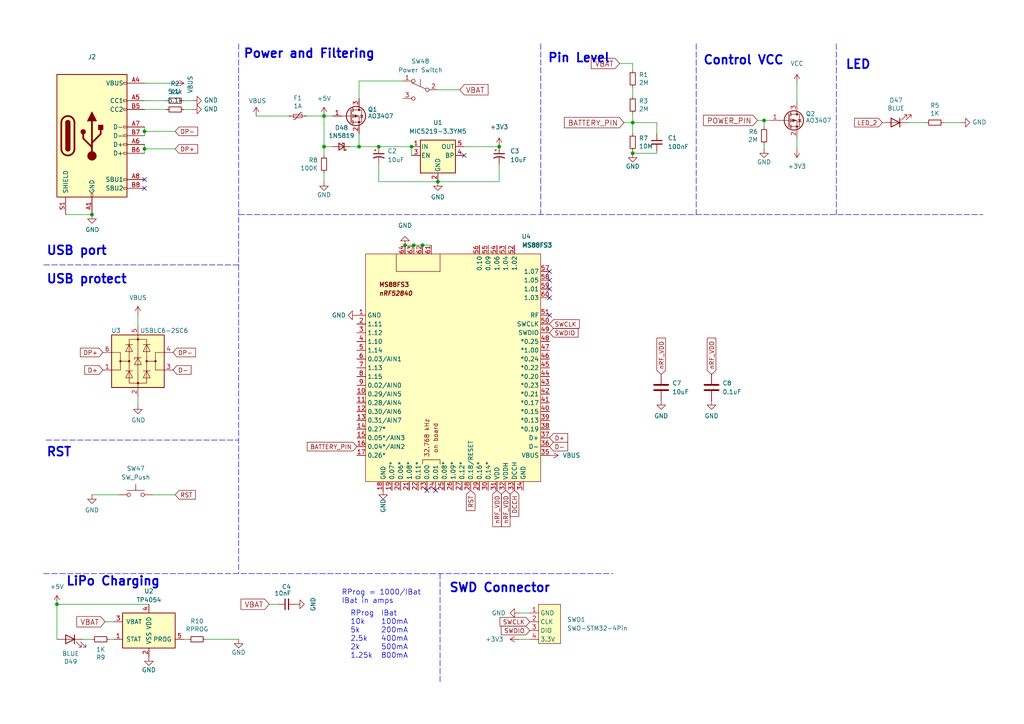
<source format=kicad_sch>
(kicad_sch (version 20211123) (generator eeschema)
  (paper "A4")
  (lib_symbols
    (symbol "Battery_Management:MCP73831-3-OT" (pin_names (offset 1.016))
      (property "Reference" "U" (at -7.62 6.35 0))
      (property "Value" "MCP73831-3-OT" (at 1.27 6.35 0))
      (symbol "MCP73831-3-OT_0_1"
        (rectangle (start -7.62 5.08) (end 7.62 -5.08) (stroke (width 0.254)) (fill (type background)))
      )
      (symbol "MCP73831-3-OT_1_1"
        (pin output line (at 10.16 -2.54 180) (length 2.54) (name "STAT") (number "1"))
        (pin power_in line (at 0 -7.62 90) (length 2.54) (name "VSS") (number "2"))
        (pin power_out line (at 10.16 2.54 180) (length 2.54) (name "VBAT") (number "3"))
        (pin power_in line (at 0 7.62 270) (length 2.54) (name "VDD") (number "4"))
        (pin input line (at -10.16 -2.54 0) (length 2.54) (name "PROG") (number "5"))
      )
    )
    (symbol "Connector:USB_C_Receptacle_USB2.0" (pin_names (offset 1.016))
      (property "Reference" "J" (at -10.16 19.05 0))
      (property "Value" "USB_C_Receptacle_USB2.0" (at 19.05 19.05 0))
      (symbol "USB_C_Receptacle_USB2.0_0_0"
        (rectangle (start -0.254 -17.78) (end 0.254 -16.764))
        (rectangle (start 10.16 -14.986) (end 9.144 -15.494))
        (rectangle (start 10.16 -12.446) (end 9.144 -12.954))
        (rectangle (start 10.16 -4.826) (end 9.144 -5.334))
        (rectangle (start 10.16 -2.286) (end 9.144 -2.794))
        (rectangle (start 10.16 0.254) (end 9.144 -0.254))
        (rectangle (start 10.16 2.794) (end 9.144 2.286))
        (rectangle (start 10.16 7.874) (end 9.144 7.366))
        (rectangle (start 10.16 10.414) (end 9.144 9.906))
        (rectangle (start 10.16 15.494) (end 9.144 14.986))
      )
      (symbol "USB_C_Receptacle_USB2.0_0_1"
        (rectangle (start -10.16 17.78) (end 10.16 -17.78) (stroke (width 0.254)) (fill (type background)))
        (arc (start -8.89 -3.81) (mid -6.985 -5.715) (end -5.08 -3.81) (stroke (width 0.508)))
        (arc (start -7.62 -3.81) (mid -6.985 -4.445) (end -6.35 -3.81) (stroke (width 0.254)))
        (arc (start -7.62 -3.81) (mid -6.985 -4.445) (end -6.35 -3.81) (stroke (width 0.254)) (fill (type outline)))
        (rectangle (start -7.62 -3.81) (end -6.35 3.81) (stroke (width 0.254)) (fill (type outline)))
        (arc (start -6.35 3.81) (mid -6.985 4.445) (end -7.62 3.81) (stroke (width 0.254)))
        (arc (start -6.35 3.81) (mid -6.985 4.445) (end -7.62 3.81) (stroke (width 0.254)) (fill (type outline)))
        (arc (start -5.08 3.81) (mid -6.985 5.715) (end -8.89 3.81) (stroke (width 0.508)))
        (circle (center -2.54 1.143) (radius 0.635) (stroke (width 0.254)) (fill (type outline)))
        (circle (center 0 -5.842) (radius 1.27) (fill (type outline)))
        (polyline (pts (xy -8.89 -3.81) (xy -8.89 3.81)) (stroke (width 0.508)))
        (polyline (pts (xy -5.08 3.81) (xy -5.08 -3.81)) (stroke (width 0.508)))
        (polyline (pts (xy 0 -5.842) (xy 0 4.318)) (stroke (width 0.508)))
        (polyline (pts (xy 0 -3.302) (xy -2.54 -0.762) (xy -2.54 0.508)) (stroke (width 0.508)))
        (polyline (pts (xy 0 -2.032) (xy 2.54 0.508) (xy 2.54 1.778)) (stroke (width 0.508)))
        (polyline (pts (xy -1.27 4.318) (xy 0 6.858) (xy 1.27 4.318) (xy -1.27 4.318)) (stroke (width 0.254)) (fill (type outline)))
        (rectangle (start 1.905 1.778) (end 3.175 3.048) (stroke (width 0.254)) (fill (type outline)))
      )
      (symbol "USB_C_Receptacle_USB2.0_1_1"
        (pin passive line (at 0 -22.86 90) (length 5.08) (name "GND") (number "A1"))
        (pin passive line (at 0 -22.86 90) (length 5.08) hide (name "GND") (number "A12"))
        (pin passive line (at 15.24 15.24 180) (length 5.08) (name "VBUS") (number "A4"))
        (pin bidirectional line (at 15.24 10.16 180) (length 5.08) (name "CC1") (number "A5"))
        (pin bidirectional line (at 15.24 -2.54 180) (length 5.08) (name "D+") (number "A6"))
        (pin bidirectional line (at 15.24 2.54 180) (length 5.08) (name "D-") (number "A7"))
        (pin bidirectional line (at 15.24 -12.7 180) (length 5.08) (name "SBU1") (number "A8"))
        (pin passive line (at 15.24 15.24 180) (length 5.08) hide (name "VBUS") (number "A9"))
        (pin passive line (at 0 -22.86 90) (length 5.08) hide (name "GND") (number "B1"))
        (pin passive line (at 0 -22.86 90) (length 5.08) hide (name "GND") (number "B12"))
        (pin passive line (at 15.24 15.24 180) (length 5.08) hide (name "VBUS") (number "B4"))
        (pin bidirectional line (at 15.24 7.62 180) (length 5.08) (name "CC2") (number "B5"))
        (pin bidirectional line (at 15.24 -5.08 180) (length 5.08) (name "D+") (number "B6"))
        (pin bidirectional line (at 15.24 0 180) (length 5.08) (name "D-") (number "B7"))
        (pin bidirectional line (at 15.24 -15.24 180) (length 5.08) (name "SBU2") (number "B8"))
        (pin passive line (at 15.24 15.24 180) (length 5.08) hide (name "VBUS") (number "B9"))
        (pin passive line (at -7.62 -22.86 90) (length 5.08) (name "SHIELD") (number "S1"))
      )
    )
    (symbol "Device:C" (pin_numbers hide) (pin_names (offset 0.254))
      (property "Reference" "C" (at 0.635 2.54 0))
      (property "Value" "C" (at 0.635 -2.54 0))
      (symbol "C_0_1"
        (polyline (pts (xy -2.032 -0.762) (xy 2.032 -0.762)) (stroke (width 0.508)))
        (polyline (pts (xy -2.032 0.762) (xy 2.032 0.762)) (stroke (width 0.508)))
      )
      (symbol "C_1_1"
        (pin passive line (at 0 3.81 270) (length 2.794) (name "~") (number "1"))
        (pin passive line (at 0 -3.81 90) (length 2.794) (name "~") (number "2"))
      )
    )
    (symbol "Device:C_Polarized_Small_US" (pin_numbers hide) (pin_names (offset 0.254) hide)
      (property "Reference" "C" (at 0.254 1.778 0))
      (property "Value" "C_Polarized_Small_US" (at 0.254 -2.032 0))
      (symbol "C_Polarized_Small_US_0_1"
        (polyline (pts (xy -1.524 0.508) (xy 1.524 0.508)) (stroke (width 0.3048)))
        (polyline (pts (xy -1.27 1.524) (xy -0.762 1.524)))
        (polyline (pts (xy -1.016 1.27) (xy -1.016 1.778)))
        (arc (start 1.524 -0.762) (mid 0 -0.3734) (end -1.524 -0.762) (stroke (width 0.3048)))
      )
      (symbol "C_Polarized_Small_US_1_1"
        (pin passive line (at 0 2.54 270) (length 2.032) (name "~") (number "1"))
        (pin passive line (at 0 -2.54 90) (length 2.032) (name "~") (number "2"))
      )
    )
    (symbol "Device:C_Small" (pin_numbers hide) (pin_names (offset 0.254) hide)
      (property "Reference" "C" (at 0.254 1.778 0))
      (property "Value" "C_Small" (at 0.254 -2.032 0))
      (symbol "C_Small_0_1"
        (polyline (pts (xy -1.524 -0.508) (xy 1.524 -0.508)) (stroke (width 0.3302)))
        (polyline (pts (xy -1.524 0.508) (xy 1.524 0.508)) (stroke (width 0.3048)))
      )
      (symbol "C_Small_1_1"
        (pin passive line (at 0 2.54 270) (length 2.032) (name "~") (number "1"))
        (pin passive line (at 0 -2.54 90) (length 2.032) (name "~") (number "2"))
      )
    )
    (symbol "Device:D_Schottky_Small" (pin_numbers hide) (pin_names (offset 0.254) hide)
      (property "Reference" "D" (at -1.27 2.032 0))
      (property "Value" "D_Schottky_Small" (at -7.112 -2.032 0))
      (symbol "D_Schottky_Small_0_1"
        (polyline (pts (xy -0.762 0) (xy 0.762 0)))
        (polyline (pts (xy 0.762 -1.016) (xy -0.762 0) (xy 0.762 1.016) (xy 0.762 -1.016)) (stroke (width 0.254)))
        (polyline (pts (xy -1.27 0.762) (xy -1.27 1.016) (xy -0.762 1.016) (xy -0.762 -1.016) (xy -0.254 -1.016) (xy -0.254 -0.762)) (stroke (width 0.254)))
      )
      (symbol "D_Schottky_Small_1_1"
        (pin passive line (at -2.54 0 0) (length 1.778) (name "K") (number "1"))
        (pin passive line (at 2.54 0 180) (length 1.778) (name "A") (number "2"))
      )
    )
    (symbol "Device:LED" (pin_numbers hide) (pin_names (offset 1.016) hide)
      (property "Reference" "D" (at 0 2.54 0))
      (property "Value" "LED" (at 0 -2.54 0))
      (symbol "LED_0_1"
        (polyline (pts (xy -1.27 -1.27) (xy -1.27 1.27)) (stroke (width 0.254)))
        (polyline (pts (xy -1.27 0) (xy 1.27 0)))
        (polyline (pts (xy 1.27 -1.27) (xy 1.27 1.27) (xy -1.27 0) (xy 1.27 -1.27)) (stroke (width 0.254)))
        (polyline (pts (xy -3.048 -0.762) (xy -4.572 -2.286) (xy -3.81 -2.286) (xy -4.572 -2.286) (xy -4.572 -1.524)))
        (polyline (pts (xy -1.778 -0.762) (xy -3.302 -2.286) (xy -2.54 -2.286) (xy -3.302 -2.286) (xy -3.302 -1.524)))
      )
      (symbol "LED_1_1"
        (pin passive line (at -3.81 0 0) (length 2.54) (name "K") (number "1"))
        (pin passive line (at 3.81 0 180) (length 2.54) (name "A") (number "2"))
      )
    )
    (symbol "Device:Q_PMOS_GSD" (pin_names (offset 0) hide)
      (property "Reference" "Q" (at 5.08 1.27 0))
      (property "Value" "Q_PMOS_GSD" (at 5.08 -1.27 0))
      (symbol "Q_PMOS_GSD_0_1"
        (polyline (pts (xy 0.254 0) (xy -2.54 0)))
        (polyline (pts (xy 0.254 1.905) (xy 0.254 -1.905)) (stroke (width 0.254)))
        (polyline (pts (xy 0.762 -1.27) (xy 0.762 -2.286)) (stroke (width 0.254)))
        (polyline (pts (xy 0.762 0.508) (xy 0.762 -0.508)) (stroke (width 0.254)))
        (polyline (pts (xy 0.762 2.286) (xy 0.762 1.27)) (stroke (width 0.254)))
        (polyline (pts (xy 2.54 2.54) (xy 2.54 1.778)))
        (polyline (pts (xy 2.54 -2.54) (xy 2.54 0) (xy 0.762 0)))
        (polyline (pts (xy 0.762 1.778) (xy 3.302 1.778) (xy 3.302 -1.778) (xy 0.762 -1.778)))
        (polyline (pts (xy 2.286 0) (xy 1.27 0.381) (xy 1.27 -0.381) (xy 2.286 0)) (fill (type outline)))
        (polyline (pts (xy 2.794 -0.508) (xy 2.921 -0.381) (xy 3.683 -0.381) (xy 3.81 -0.254)))
        (polyline (pts (xy 3.302 -0.381) (xy 2.921 0.254) (xy 3.683 0.254) (xy 3.302 -0.381)))
        (circle (center 1.651 0) (radius 2.794) (stroke (width 0.254)))
        (circle (center 2.54 -1.778) (radius 0.254) (fill (type outline)))
        (circle (center 2.54 1.778) (radius 0.254) (fill (type outline)))
      )
      (symbol "Q_PMOS_GSD_1_1"
        (pin input line (at -5.08 0 0) (length 2.54) (name "G") (number "1"))
        (pin passive line (at 2.54 -5.08 90) (length 2.54) (name "S") (number "2"))
        (pin passive line (at 2.54 5.08 270) (length 2.54) (name "D") (number "3"))
      )
    )
    (symbol "Device:R_Small" (pin_numbers hide) (pin_names (offset 0.254) hide)
      (property "Reference" "R" (at 0.762 0.508 0))
      (property "Value" "R_Small" (at 0.762 -1.016 0))
      (symbol "R_Small_0_1"
        (rectangle (start -0.762 1.778) (end 0.762 -1.778) (stroke (width 0.2032)))
      )
      (symbol "R_Small_1_1"
        (pin passive line (at 0 2.54 270) (length 0.762) (name "~") (number "1"))
        (pin passive line (at 0 -2.54 90) (length 0.762) (name "~") (number "2"))
      )
    )
    (symbol "Power_Protection:USBLC6-2SC6" (pin_names hide)
      (property "Reference" "U" (at 2.54 8.89 0))
      (property "Value" "USBLC6-2SC6" (at 2.54 -8.89 0))
      (symbol "USBLC6-2SC6_0_1"
        (rectangle (start -7.62 -7.62) (end 7.62 7.62) (stroke (width 0.254)) (fill (type background)))
        (circle (center -5.08 0) (radius 0.254) (fill (type outline)))
        (circle (center -2.54 0) (radius 0.254) (fill (type outline)))
        (rectangle (start -2.54 6.35) (end 2.54 -6.35))
        (circle (center 0 -6.35) (radius 0.254) (fill (type outline)))
        (polyline (pts (xy -5.08 -2.54) (xy -7.62 -2.54)))
        (polyline (pts (xy -5.08 0) (xy -5.08 -2.54)))
        (polyline (pts (xy -5.08 2.54) (xy -7.62 2.54)))
        (polyline (pts (xy -1.524 -2.794) (xy -3.556 -2.794)))
        (polyline (pts (xy -1.524 4.826) (xy -3.556 4.826)))
        (polyline (pts (xy 0 -7.62) (xy 0 -6.35)))
        (polyline (pts (xy 0 -6.35) (xy 0 1.27)))
        (polyline (pts (xy 0 1.27) (xy 0 6.35)))
        (polyline (pts (xy 0 6.35) (xy 0 7.62)))
        (polyline (pts (xy 1.524 -2.794) (xy 3.556 -2.794)))
        (polyline (pts (xy 1.524 4.826) (xy 3.556 4.826)))
        (polyline (pts (xy 5.08 -2.54) (xy 7.62 -2.54)))
        (polyline (pts (xy 5.08 0) (xy 5.08 -2.54)))
        (polyline (pts (xy 5.08 2.54) (xy 7.62 2.54)))
        (polyline (pts (xy -2.54 0) (xy -5.08 0) (xy -5.08 2.54)))
        (polyline (pts (xy 2.54 0) (xy 5.08 0) (xy 5.08 2.54)))
        (polyline (pts (xy -3.556 -4.826) (xy -1.524 -4.826) (xy -2.54 -2.794) (xy -3.556 -4.826)))
        (polyline (pts (xy -3.556 2.794) (xy -1.524 2.794) (xy -2.54 4.826) (xy -3.556 2.794)))
        (polyline (pts (xy -1.016 -1.016) (xy 1.016 -1.016) (xy 0 1.016) (xy -1.016 -1.016)))
        (polyline (pts (xy 1.016 1.016) (xy 0.762 1.016) (xy -1.016 1.016) (xy -1.016 0.508)))
        (polyline (pts (xy 3.556 -4.826) (xy 1.524 -4.826) (xy 2.54 -2.794) (xy 3.556 -4.826)))
        (polyline (pts (xy 3.556 2.794) (xy 1.524 2.794) (xy 2.54 4.826) (xy 3.556 2.794)))
        (circle (center 0 6.35) (radius 0.254) (fill (type outline)))
        (circle (center 2.54 0) (radius 0.254) (fill (type outline)))
        (circle (center 5.08 0) (radius 0.254) (fill (type outline)))
      )
      (symbol "USBLC6-2SC6_1_1"
        (pin passive line (at -10.16 -2.54 0) (length 2.54) (name "I/O1") (number "1"))
        (pin passive line (at 0 -10.16 90) (length 2.54) (name "GND") (number "2"))
        (pin passive line (at 10.16 -2.54 180) (length 2.54) (name "I/O2") (number "3"))
        (pin passive line (at 10.16 2.54 180) (length 2.54) (name "I/O2") (number "4"))
        (pin passive line (at 0 10.16 270) (length 2.54) (name "VBUS") (number "5"))
        (pin passive line (at -10.16 2.54 0) (length 2.54) (name "I/O1") (number "6"))
      )
    )
    (symbol "Regulator_Linear:MIC5219-3.3YM5" (pin_names (offset 0.254))
      (property "Reference" "U" (at -3.81 5.715 0))
      (property "Value" "MIC5219-3.3YM5" (at 0 5.715 0))
      (symbol "MIC5219-3.3YM5_0_1"
        (rectangle (start -5.08 4.445) (end 5.08 -5.08) (stroke (width 0.254)) (fill (type background)))
      )
      (symbol "MIC5219-3.3YM5_1_1"
        (pin power_in line (at -7.62 2.54 0) (length 2.54) (name "IN") (number "1"))
        (pin power_in line (at 0 -7.62 90) (length 2.54) (name "GND") (number "2"))
        (pin input line (at -7.62 0 0) (length 2.54) (name "EN") (number "3"))
        (pin input line (at 7.62 0 180) (length 2.54) (name "BP") (number "4"))
        (pin power_out line (at 7.62 2.54 180) (length 2.54) (name "OUT") (number "5"))
      )
    )
    (symbol "Switch:SW_Push" (pin_numbers hide) (pin_names (offset 1.016) hide)
      (property "Reference" "SW" (at 1.27 2.54 0))
      (property "Value" "SW_Push" (at 0 -1.524 0))
      (symbol "SW_Push_0_1"
        (circle (center -2.032 0) (radius 0.508))
        (polyline (pts (xy 0 1.27) (xy 0 3.048)))
        (polyline (pts (xy 2.54 1.27) (xy -2.54 1.27)))
        (circle (center 2.032 0) (radius 0.508))
        (pin passive line (at -5.08 0 0) (length 2.54) (name "1") (number "1"))
        (pin passive line (at 5.08 0 180) (length 2.54) (name "2") (number "2"))
      )
    )
    (symbol "Switch:SW_Push_SPDT" (pin_names (offset 0) hide)
      (property "Reference" "SW" (at 0 4.318 0))
      (property "Value" "SW_Push_SPDT" (at 0 -5.08 0))
      (symbol "SW_Push_SPDT_0_0"
        (circle (center -2.032 0) (radius 0.508))
        (polyline (pts (xy 0 1.016) (xy 0 3.048)))
        (circle (center 2.032 -2.54) (radius 0.508))
      )
      (symbol "SW_Push_SPDT_0_1"
        (polyline (pts (xy -1.524 0.254) (xy 2.54 2.032)))
        (circle (center 2.032 2.54) (radius 0.508))
      )
      (symbol "SW_Push_SPDT_1_1"
        (pin passive line (at 5.08 2.54 180) (length 2.54) (name "A") (number "1"))
        (pin passive line (at -5.08 0 0) (length 2.54) (name "B") (number "2"))
        (pin passive line (at 5.08 -2.54 180) (length 2.54) (name "C") (number "3"))
      )
    )
    (symbol "keeb_parts:Polyfuse_Small" (pin_numbers hide) (pin_names (offset 0))
      (property "Reference" "F" (at -1.905 0 90))
      (property "Value" "keeb_parts_Polyfuse_Small" (at 1.905 0 90))
      (symbol "Polyfuse_Small_0_1"
        (rectangle (start -0.508 1.27) (end 0.508 -1.27))
        (polyline (pts (xy 0 2.54) (xy 0 -2.54)))
        (polyline (pts (xy -1.016 1.27) (xy -1.016 0.762) (xy 1.016 -0.762) (xy 1.016 -1.27)))
      )
      (symbol "Polyfuse_Small_1_1"
        (pin passive line (at 0 2.54 270) (length 0.635) (name "~") (number "1"))
        (pin passive line (at 0 -2.54 90) (length 0.635) (name "~") (number "2"))
      )
    )
    (symbol "keeb_parts:R_Small" (pin_numbers hide) (pin_names (offset 0.254) hide)
      (property "Reference" "R" (at 0.762 0.508 0))
      (property "Value" "keeb_parts_R_Small" (at 0.762 -1.016 0))
      (symbol "R_Small_0_1"
        (rectangle (start -0.762 1.778) (end 0.762 -1.778) (stroke (width 0.2032)))
      )
      (symbol "R_Small_1_1"
        (pin passive line (at 0 2.54 270) (length 0.762) (name "~") (number "1"))
        (pin passive line (at 0 -2.54 90) (length 0.762) (name "~") (number "2"))
      )
    )
    (symbol "keeb_power:GND" (power) (pin_names (offset 0))
      (property "Value" "keeb_power_GND" (at 0 -3.81 0))
      (symbol "GND_0_1"
        (polyline (pts (xy 0 0) (xy 0 -1.27) (xy 1.27 -1.27) (xy 0 -2.54) (xy -1.27 -1.27) (xy 0 -1.27)))
      )
      (symbol "GND_1_1"
        (pin power_in line (at 0 0 270) (length 0) hide (name "GND") (number "1"))
      )
    )
    (symbol "keeb_power:VBUS" (power) (pin_names (offset 0))
      (property "Value" "keeb_power_VBUS" (at 0 3.81 0))
      (symbol "VBUS_0_1"
        (polyline (pts (xy -0.762 1.27) (xy 0 2.54)))
        (polyline (pts (xy 0 0) (xy 0 2.54)))
        (polyline (pts (xy 0 2.54) (xy 0.762 1.27)))
      )
      (symbol "VBUS_1_1"
        (pin power_in line (at 0 0 90) (length 0) hide (name "VBUS") (number "1"))
      )
    )
    (symbol "keni242:SWD-STM32-4Pin"
      (property "Reference" "SWD" (at 0 7.62 0))
      (property "Value" "SWD-STM32-4Pin" (at 3.81 0 90))
      (symbol "SWD-STM32-4Pin_0_1"
        (rectangle (start -3.81 6.35) (end 2.54 -5.08) (stroke (width 0.1524)) (fill (type background)))
      )
      (symbol "SWD-STM32-4Pin_1_1"
        (pin bidirectional line (at -6.35 3.81 0) (length 2.54) (name "GND") (number "1"))
        (pin bidirectional line (at -6.35 1.27 0) (length 2.54) (name "CLK") (number "2"))
        (pin bidirectional line (at -6.35 -1.27 0) (length 2.54) (name "DIO") (number "3"))
        (pin bidirectional line (at -6.35 -3.81 0) (length 2.54) (name "3.3V") (number "4"))
      )
    )
    (symbol "kien242:MS88FS3"
      (property "Reference" "U" (at 0 0 0))
      (property "Value" "MS88FS3" (at 0 2.54 0))
      (symbol "MS88FS3_0_0"
        (polyline (pts (xy -16.51 33.02) (xy -16.51 27.94) (xy -3.81 27.94) (xy -3.81 33.02)))
        (polyline (pts (xy -8.89 -27.94) (xy -8.89 -26.67) (xy -3.81 -26.67) (xy -3.81 -27.94)))
        (text "32.768 kHz" (at -7.62 -20.32 900) (effects (font (size 1.27 1.27))))
        (text "MS88FS3" (at -21.59 24.13 0) (effects (font (size 1.27 1.27) bold) (justify left)))
        (text "nRF52840" (at -21.59 21.59 0) (effects (font (size 1.27 1.27) bold italic) (justify left)))
        (text "on board" (at -5.08 -20.32 900) (effects (font (size 1.27 1.27))))
      )
      (symbol "MS88FS3_0_1"
        (rectangle (start -25.4 33.02) (end 25.4 -33.02) (fill (type background)))
      )
      (symbol "MS88FS3_1_1"
        (pin input line (at -27.94 15.24 0) (length 2.54) (name "GND") (number "1"))
        (pin input line (at -27.94 -7.62 0) (length 2.54) (name "0.29/AIN5") (number "10"))
        (pin input line (at -27.94 -10.16 0) (length 2.54) (name "0.28/AIN4") (number "11"))
        (pin input line (at -27.94 -12.7 0) (length 2.54) (name "0.30/AIN6") (number "12"))
        (pin input line (at -27.94 -15.24 0) (length 2.54) (name "0.31/AIN7") (number "13"))
        (pin input line (at -27.94 -17.78 0) (length 2.54) (name "0.27*") (number "14"))
        (pin input line (at -27.94 -20.32 0) (length 2.54) (name "0.05*/AIN3") (number "15"))
        (pin input line (at -27.94 -22.86 0) (length 2.54) (name "0.04*/AIN2") (number "16"))
        (pin input line (at -27.94 -25.4 0) (length 2.54) (name "0.26*") (number "17"))
        (pin input line (at -20.32 -35.56 90) (length 2.54) (name "GND") (number "18"))
        (pin input line (at -17.78 -35.56 90) (length 2.54) (name "0.07*") (number "19"))
        (pin input line (at -27.94 12.7 0) (length 2.54) (name "1.11") (number "2"))
        (pin input line (at -15.24 -35.56 90) (length 2.54) (name "0.06*") (number "20"))
        (pin input line (at -12.7 -35.56 90) (length 2.54) (name "1.08*") (number "21"))
        (pin input line (at -10.16 -35.56 90) (length 2.54) (name "0.11*") (number "22"))
        (pin input line (at -7.62 -35.56 90) (length 2.54) (name "0.00") (number "23"))
        (pin input line (at -5.08 -35.56 90) (length 2.54) (name "0.01") (number "24"))
        (pin input line (at -2.54 -35.56 90) (length 2.54) (name "0.08*") (number "25"))
        (pin input line (at 0 -35.56 90) (length 2.54) (name "1.09*") (number "26"))
        (pin input line (at 2.54 -35.56 90) (length 2.54) (name "0.12*") (number "27"))
        (pin input line (at 5.08 -35.56 90) (length 2.54) (name "0.18/RESET") (number "28"))
        (pin input line (at 7.62 -35.56 90) (length 2.54) (name "0.16*") (number "29"))
        (pin input line (at -27.94 10.16 0) (length 2.54) (name "1.12") (number "3"))
        (pin input line (at 10.16 -35.56 90) (length 2.54) (name "0.14*") (number "30"))
        (pin input line (at 12.7 -35.56 90) (length 2.54) (name "VDD") (number "31"))
        (pin input line (at 15.24 -35.56 90) (length 2.54) (name "VDDH") (number "32"))
        (pin input line (at 17.78 -35.56 90) (length 2.54) (name "DCCH") (number "33"))
        (pin input line (at 20.32 -35.56 90) (length 2.54) (name "GND") (number "34"))
        (pin input line (at 27.94 -25.4 180) (length 2.54) (name "VBUS") (number "35"))
        (pin input line (at 27.94 -22.86 180) (length 2.54) (name "D-") (number "36"))
        (pin input line (at 27.94 -20.32 180) (length 2.54) (name "D+") (number "37"))
        (pin input line (at 27.94 -17.78 180) (length 2.54) (name "*0.19") (number "38"))
        (pin input line (at 27.94 -15.24 180) (length 2.54) (name "*0.13") (number "39"))
        (pin input line (at -27.94 7.62 0) (length 2.54) (name "1.10") (number "4"))
        (pin input line (at 27.94 -12.7 180) (length 2.54) (name "*0.15") (number "40"))
        (pin input line (at 27.94 -10.16 180) (length 2.54) (name "*0.17") (number "41"))
        (pin input line (at 27.94 -7.62 180) (length 2.54) (name "*0.21") (number "42"))
        (pin input line (at 27.94 -5.08 180) (length 2.54) (name "*0.23") (number "43"))
        (pin input line (at 27.94 -2.54 180) (length 2.54) (name "*0.20") (number "44"))
        (pin input line (at 27.94 0 180) (length 2.54) (name "*0.22") (number "45"))
        (pin input line (at 27.94 2.54 180) (length 2.54) (name "*0.24") (number "46"))
        (pin input line (at 27.94 5.08 180) (length 2.54) (name "*1.00") (number "47"))
        (pin input line (at 27.94 7.62 180) (length 2.54) (name "*0.25") (number "48"))
        (pin input line (at 27.94 10.16 180) (length 2.54) (name "SWDIO") (number "49"))
        (pin input line (at -27.94 5.08 0) (length 2.54) (name "1.14") (number "5"))
        (pin input line (at 27.94 12.7 180) (length 2.54) (name "SWCLK") (number "50"))
        (pin input line (at 27.94 15.24 180) (length 2.54) (name "RF") (number "51"))
        (pin input line (at 17.78 35.56 270) (length 2.54) (name "1.02") (number "52"))
        (pin input line (at 15.24 35.56 270) (length 2.54) (name "1.04") (number "53"))
        (pin input line (at 12.7 35.56 270) (length 2.54) (name "1.06") (number "54"))
        (pin input line (at 10.16 35.56 270) (length 2.54) (name "0.09") (number "55"))
        (pin input line (at 7.62 35.56 270) (length 2.54) (name "0.10") (number "56"))
        (pin input line (at 27.94 27.94 180) (length 2.54) (name "1.07") (number "57"))
        (pin input line (at 27.94 25.4 180) (length 2.54) (name "1.05") (number "58"))
        (pin input line (at 27.94 22.86 180) (length 2.54) (name "1.01") (number "59"))
        (pin input line (at -27.94 2.54 0) (length 2.54) (name "0.03/AIN1") (number "6"))
        (pin input line (at 27.94 20.32 180) (length 2.54) (name "1.03") (number "60"))
        (pin input line (at -6.35 35.56 270) (length 2.54) (name "") (number "61"))
        (pin input line (at -8.89 35.56 270) (length 2.54) (name "") (number "62"))
        (pin input line (at -11.43 35.56 270) (length 2.54) (name "") (number "63"))
        (pin input line (at -13.97 35.56 270) (length 2.54) (name "") (number "64"))
        (pin input line (at -27.94 0 0) (length 2.54) (name "1.13") (number "7"))
        (pin input line (at -27.94 -2.54 0) (length 2.54) (name "1.15") (number "8"))
        (pin input line (at -27.94 -5.08 0) (length 2.54) (name "0.02/AIN0") (number "9"))
      )
    )
    (symbol "power:+3.3V" (power) (pin_names (offset 0))
      (property "Value" "+3.3V" (at 0 3.556 0))
      (symbol "+3.3V_0_1"
        (polyline (pts (xy -0.762 1.27) (xy 0 2.54)))
        (polyline (pts (xy 0 0) (xy 0 2.54)))
        (polyline (pts (xy 0 2.54) (xy 0.762 1.27)))
      )
      (symbol "+3.3V_1_1"
        (pin power_in line (at 0 0 90) (length 0) hide (name "+3V3") (number "1"))
      )
    )
    (symbol "power:+5V" (power) (pin_names (offset 0))
      (property "Value" "+5V" (at 0 3.556 0))
      (symbol "+5V_0_1"
        (polyline (pts (xy -0.762 1.27) (xy 0 2.54)))
        (polyline (pts (xy 0 0) (xy 0 2.54)))
        (polyline (pts (xy 0 2.54) (xy 0.762 1.27)))
      )
      (symbol "+5V_1_1"
        (pin power_in line (at 0 0 90) (length 0) hide (name "+5V") (number "1"))
      )
    )
    (symbol "power:GND" (power) (pin_names (offset 0))
      (property "Value" "GND" (at 0 -3.81 0))
      (symbol "GND_0_1"
        (polyline (pts (xy 0 0) (xy 0 -1.27) (xy 1.27 -1.27) (xy 0 -2.54) (xy -1.27 -1.27) (xy 0 -1.27)))
      )
      (symbol "GND_1_1"
        (pin power_in line (at 0 0 270) (length 0) hide (name "GND") (number "1"))
      )
    )
    (symbol "power:VBUS" (power) (pin_names (offset 0))
      (property "Value" "VBUS" (at 0 3.81 0))
      (symbol "VBUS_0_1"
        (polyline (pts (xy -0.762 1.27) (xy 0 2.54)))
        (polyline (pts (xy 0 0) (xy 0 2.54)))
        (polyline (pts (xy 0 2.54) (xy 0.762 1.27)))
      )
      (symbol "VBUS_1_1"
        (pin power_in line (at 0 0 90) (length 0) hide (name "VBUS") (number "1"))
      )
    )
    (symbol "power:VCC" (power) (pin_names (offset 0))
      (property "Value" "VCC" (at 0 3.81 0))
      (symbol "VCC_0_1"
        (polyline (pts (xy -0.762 1.27) (xy 0 2.54)))
        (polyline (pts (xy 0 0) (xy 0 2.54)))
        (polyline (pts (xy 0 2.54) (xy 0.762 1.27)))
      )
      (symbol "VCC_1_1"
        (pin power_in line (at 0 0 90) (length 0) hide (name "VCC") (number "1"))
      )
    )
  )
  (junction (at 221.615 34.925) (diameter 0.9144))
  (junction (at 41.91 43.18))
  (junction (at 127 52.705))
  (junction (at 122.555 71.12))
  (junction (at 183.515 35.56) (diameter 0.9144))
  (junction (at 117.475 71.12))
  (junction (at 109.855 42.545))
  (junction (at 16.51 175.26) (diameter 0.9144))
  (junction (at 26.67 62.23))
  (junction (at 119.38 42.545))
  (junction (at 41.91 38.1))
  (junction (at 183.515 44.45))
  (junction (at 120.015 71.12))
  (junction (at 144.78 42.545))
  (junction (at 104.14 42.545) (diameter 0.9144))
  (junction (at 93.98 42.545) (diameter 0.9144))
  (junction (at 93.98 33.655) (diameter 0.9144))
  (no_connect (at 159.385 91.44))
  (no_connect (at 159.385 78.74))
  (no_connect (at 159.385 86.36))
  (no_connect (at 41.91 54.61))
  (no_connect (at 134.62 45.085))
  (no_connect (at 159.385 83.82))
  (no_connect (at 126.365 142.24))
  (no_connect (at 159.385 81.28))
  (no_connect (at 41.91 52.07))
  (no_connect (at 123.825 142.24))
  (wire (pts (xy 150.495 185.42) (xy 153.67 185.42)))
  (wire (pts (xy 41.91 36.83) (xy 41.91 38.1)))
  (wire (pts (xy 221.615 34.925) (xy 223.52 34.925)))
  (wire (pts (xy 183.515 44.45) (xy 183.515 43.815)))
  (wire (pts (xy 41.91 41.91) (xy 41.91 43.18)))
  (wire (pts (xy 231.14 24.13) (xy 231.14 29.845)))
  (wire (pts (xy 53.34 29.21) (xy 55.88 29.21)))
  (wire (pts (xy 50.8 38.1) (xy 41.91 38.1)))
  (wire (pts (xy 144.78 52.705) (xy 127 52.705)))
  (wire (pts (xy 88.9 33.655) (xy 93.98 33.655)))
  (polyline (pts (xy 127.635 166.37) (xy 127.635 198.12)))
  (wire (pts (xy 93.98 45.085) (xy 93.98 42.545)))
  (wire (pts (xy 41.91 43.18) (xy 50.8 43.18)))
  (wire (pts (xy 41.91 38.1) (xy 41.91 39.37)))
  (wire (pts (xy 26.67 143.51) (xy 34.29 143.51)))
  (wire (pts (xy 78.105 175.26) (xy 80.645 175.26)))
  (wire (pts (xy 93.98 52.705) (xy 93.98 50.165)))
  (wire (pts (xy 53.34 185.42) (xy 54.61 185.42)))
  (wire (pts (xy 93.98 42.545) (xy 93.98 33.655)))
  (wire (pts (xy 104.14 23.495) (xy 104.14 28.575)))
  (wire (pts (xy 104.14 23.495) (xy 116.84 23.495)))
  (wire (pts (xy 93.98 42.545) (xy 96.52 42.545)))
  (wire (pts (xy 183.515 33.02) (xy 183.515 35.56)))
  (wire (pts (xy 119.38 42.545) (xy 119.38 45.085)))
  (wire (pts (xy 180.975 35.56) (xy 183.515 35.56)))
  (wire (pts (xy 24.13 185.42) (xy 26.67 185.42)))
  (wire (pts (xy 221.615 43.18) (xy 221.615 41.91)))
  (wire (pts (xy 144.78 47.625) (xy 144.78 52.705)))
  (wire (pts (xy 59.69 185.42) (xy 69.215 185.42)))
  (wire (pts (xy 273.685 35.56) (xy 278.765 35.56)))
  (polyline (pts (xy 156.845 12.7) (xy 156.845 62.23)))
  (wire (pts (xy 179.705 18.415) (xy 183.515 18.415)))
  (wire (pts (xy 55.88 31.75) (xy 53.34 31.75)))
  (polyline (pts (xy 69.215 12.7) (xy 69.215 166.37)))
  (wire (pts (xy 134.62 42.545) (xy 144.78 42.545)))
  (wire (pts (xy 231.14 43.18) (xy 231.14 40.005)))
  (polyline (pts (xy 12.7 166.37) (xy 177.8 166.37)))
  (wire (pts (xy 263.525 35.56) (xy 268.605 35.56)))
  (wire (pts (xy 104.14 38.735) (xy 104.14 42.545)))
  (wire (pts (xy 109.855 47.625) (xy 109.855 52.705)))
  (wire (pts (xy 221.615 36.83) (xy 221.615 34.925)))
  (polyline (pts (xy 12.7 76.835) (xy 69.215 76.835)))
  (wire (pts (xy 19.05 62.23) (xy 26.67 62.23)))
  (wire (pts (xy 109.855 42.545) (xy 119.38 42.545)))
  (wire (pts (xy 127 26.035) (xy 133.35 26.035)))
  (wire (pts (xy 40.005 91.44) (xy 40.005 94.615)))
  (wire (pts (xy 93.98 33.655) (xy 96.52 33.655)))
  (wire (pts (xy 120.015 71.12) (xy 122.555 71.12)))
  (polyline (pts (xy 201.93 12.7) (xy 201.93 62.23)))
  (wire (pts (xy 109.855 52.705) (xy 127 52.705)))
  (wire (pts (xy 183.515 35.56) (xy 183.515 38.735)))
  (wire (pts (xy 31.75 185.42) (xy 33.02 185.42)))
  (wire (pts (xy 150.495 177.8) (xy 153.67 177.8)))
  (wire (pts (xy 190.5 44.45) (xy 190.5 43.815)))
  (wire (pts (xy 190.5 35.56) (xy 190.5 38.735)))
  (wire (pts (xy 41.91 43.18) (xy 41.91 44.45)))
  (wire (pts (xy 41.91 31.75) (xy 48.26 31.75)))
  (wire (pts (xy 122.555 71.12) (xy 125.095 71.12)))
  (wire (pts (xy 117.475 71.12) (xy 120.015 71.12)))
  (wire (pts (xy 183.515 44.45) (xy 190.5 44.45)))
  (wire (pts (xy 41.91 29.21) (xy 48.26 29.21)))
  (wire (pts (xy 16.51 175.26) (xy 16.51 185.42)))
  (polyline (pts (xy 13.335 127.635) (xy 69.215 127.635)))
  (wire (pts (xy 104.14 42.545) (xy 109.855 42.545)))
  (wire (pts (xy 30.48 180.34) (xy 33.02 180.34)))
  (wire (pts (xy 219.71 34.925) (xy 221.615 34.925)))
  (wire (pts (xy 50.8 143.51) (xy 44.45 143.51)))
  (wire (pts (xy 183.515 25.4) (xy 183.515 27.94)))
  (wire (pts (xy 74.295 33.655) (xy 83.82 33.655)))
  (wire (pts (xy 50.8 24.13) (xy 41.91 24.13)))
  (polyline (pts (xy 242.57 12.7) (xy 242.57 62.23)))
  (wire (pts (xy 40.005 117.475) (xy 40.005 114.935)))
  (wire (pts (xy 183.515 18.415) (xy 183.515 20.32)))
  (wire (pts (xy 16.51 175.26) (xy 43.18 175.26)))
  (polyline (pts (xy 69.215 62.23) (xy 285.115 62.23)))
  (wire (pts (xy 183.515 35.56) (xy 190.5 35.56)))
  (wire (pts (xy 101.6 42.545) (xy 104.14 42.545)))
  (text "USB protect\n" (at 13.335 82.55 0) (effects (font (size 2.54 2.54) (thickness 0.508) bold) (justify left bottom)))
  (text "Pin Level" (at 158.75 18.415 0) (effects (font (size 2.54 2.54) (thickness 0.508) bold) (justify left bottom)))
  (text "LED \n" (at 245.11 20.32 0) (effects (font (size 2.54 2.54) (thickness 0.508) bold) (justify left bottom)))
  (text "RProg = 1000/IBat\nIBat in amps" (at 99.06 175.26 0) (effects (font (size 1.524 1.524)) (justify left bottom)))
  (text "Power and Filtering" (at 70.485 17.145 0) (effects (font (size 2.54 2.54) (thickness 0.508) bold) (justify left bottom)))
  (text "SWD Connector" (at 130.175 172.085 0) (effects (font (size 2.54 2.54) (thickness 0.508) bold) (justify left bottom)))
  (text "IBat\n100mA\n200mA\n400mA\n500mA\n800mA" (at 110.49 191.135 0) (effects (font (size 1.524 1.524)) (justify left bottom)))
  (text "RProg\n10k\n5k\n2.5k\n2k\n1.25k" (at 101.6 191.135 0) (effects (font (size 1.524 1.524)) (justify left bottom)))
  (text "Control VCC\n" (at 203.835 19.05 0) (effects (font (size 2.54 2.54) (thickness 0.508) bold) (justify left bottom)))
  (text "RST" (at 13.335 132.715 0) (effects (font (size 2.54 2.54) (thickness 0.508) bold) (justify left bottom)))
  (text "USB port\n" (at 13.335 74.295 0) (effects (font (size 2.54 2.54) (thickness 0.508) bold) (justify left bottom)))
  (text "LiPo Charging\n" (at 19.05 170.18 0) (effects (font (size 2.54 2.54) (thickness 0.508) bold) (justify left bottom)))
  (global_label "SWDIO" (shape input) (at 153.67 182.88 180) (property "Intersheet References" "${INTERSHEET_REFS}" (effects hide)))
  (global_label "DP-" (shape input) (at 50.8 38.1 0) (property "Intersheet References" "${INTERSHEET_REFS}" (effects hide)))
  (global_label "D-" (shape input) (at 159.385 129.54 0) (property "Intersheet References" "${INTERSHEET_REFS}" (effects hide)))
  (global_label "nRF_VDD" (shape input) (at 144.145 142.24 270) (property "Intersheet References" "${INTERSHEET_REFS}" (effects hide)))
  (global_label "LED_2" (shape input) (at 255.905 35.56 180) (property "Intersheet References" "${INTERSHEET_REFS}" (effects hide)))
  (global_label "nRF_VDD" (shape input) (at 191.77 108.585 90) (property "Intersheet References" "${INTERSHEET_REFS}" (effects hide)))
  (global_label "RST" (shape input) (at 136.525 142.24 270) (property "Intersheet References" "${INTERSHEET_REFS}" (effects hide)))
  (global_label "VBAT" (shape input) (at 78.105 175.26 180) (effects (font (size 1.524 1.524))) (property "Intersheet References" "${INTERSHEET_REFS}" (effects hide)))
  (global_label "D+" (shape input) (at 29.845 107.315 180) (property "Intersheet References" "${INTERSHEET_REFS}" (effects hide)))
  (global_label "SWCLK" (shape input) (at 153.67 180.34 180) (property "Intersheet References" "${INTERSHEET_REFS}" (effects hide)))
  (global_label "DP+" (shape input) (at 50.8 43.18 0) (property "Intersheet References" "${INTERSHEET_REFS}" (effects hide)))
  (global_label "SWDIO" (shape input) (at 159.385 96.52 0) (property "Intersheet References" "${INTERSHEET_REFS}" (effects hide)))
  (global_label "DP+" (shape input) (at 29.845 102.235 180) (property "Intersheet References" "${INTERSHEET_REFS}" (effects hide)))
  (global_label "D-" (shape input) (at 50.165 107.315 0) (property "Intersheet References" "${INTERSHEET_REFS}" (effects hide)))
  (global_label "POWER_PIN" (shape input) (at 219.71 34.925 180) (effects (font (size 1.524 1.524))) (property "Intersheet References" "${INTERSHEET_REFS}" (effects hide)))
  (global_label "nRF_VDD" (shape input) (at 146.685 142.24 270) (property "Intersheet References" "${INTERSHEET_REFS}" (effects hide)))
  (global_label "DCCH" (shape input) (at 149.225 142.24 270) (property "Intersheet References" "${INTERSHEET_REFS}" (effects hide)))
  (global_label "BATTERY_PIN" (shape input) (at 103.505 129.54 180) (property "Intersheet References" "${INTERSHEET_REFS}" (effects hide)))
  (global_label "nRF_VDD" (shape input) (at 206.375 108.585 90) (property "Intersheet References" "${INTERSHEET_REFS}" (effects hide)))
  (global_label "D+" (shape input) (at 159.385 127 0) (property "Intersheet References" "${INTERSHEET_REFS}" (effects hide)))
  (global_label "VBAT" (shape input) (at 133.35 26.035 0) (effects (font (size 1.524 1.524))) (property "Intersheet References" "${INTERSHEET_REFS}" (effects hide)))
  (global_label "BATTERY_PIN" (shape input) (at 180.975 35.56 180) (effects (font (size 1.524 1.524))) (property "Intersheet References" "${INTERSHEET_REFS}" (effects hide)))
  (global_label "VBAT" (shape input) (at 30.48 180.34 180) (effects (font (size 1.524 1.524))) (property "Intersheet References" "${INTERSHEET_REFS}" (effects hide)))
  (global_label "DP-" (shape input) (at 50.165 102.235 0) (property "Intersheet References" "${INTERSHEET_REFS}" (effects hide)))
  (global_label "VBAT" (shape input) (at 179.705 18.415 180) (effects (font (size 1.524 1.524))) (property "Intersheet References" "${INTERSHEET_REFS}" (effects hide)))
  (global_label "RST" (shape input) (at 50.8 143.51 0) (property "Intersheet References" "${INTERSHEET_REFS}" (effects hide)))
  (global_label "SWCLK" (shape input) (at 159.385 93.98 0) (property "Intersheet References" "${INTERSHEET_REFS}" (effects hide)))
  (symbol (lib_id "power:VBUS") (at 40.005 91.44 0) (unit 1)
    (property "Reference" "#PWR0129" (effects hide))
    (property "Value" "VBUS" (at 40.005 86.36 0))
  )
  (symbol (lib_id "Device:R_Small") (at 221.615 39.37 0) (mirror y) (unit 1)
    (property "Reference" "R6" (at 219.837 38.2016 0) (effects (justify left)))
    (property "Value" "2M" (at 219.837 40.513 0) (effects (justify left)))
    (property "Footprint" "Resistor_SMD:R_0603_1608Metric" (effects hide))
  )
  (symbol (lib_id "Device:R_Small") (at 29.21 185.42 90) (mirror x) (unit 1)
    (property "Reference" "R9" (at 29.21 190.6778 90))
    (property "Value" "1K" (at 29.21 188.3664 90))
    (property "Footprint" "Resistor_SMD:R_0603_1608Metric" (effects hide))
  )
  (symbol (lib_id "power:GND") (at 85.725 175.26 90) (unit 1)
    (property "Reference" "#PWR0130" (effects hide))
    (property "Value" "GND" (at 90.805 175.26 0))
  )
  (symbol (lib_id "power:GND") (at 221.615 43.18 0) (unit 1)
    (property "Reference" "#PWR0111" (effects hide))
    (property "Value" "GND" (at 221.615 46.99 0))
  )
  (symbol (lib_id "power:GND") (at 183.515 44.45 0) (unit 1)
    (property "Reference" "#PWR0106" (effects hide))
    (property "Value" "GND" (at 183.515 48.26 0))
  )
  (symbol (lib_id "power:+3.3V") (at 231.14 43.18 180) (unit 1)
    (property "Reference" "#PWR0112" (effects hide))
    (property "Value" "+3.3V" (at 231.14 48.26 0))
  )
  (symbol (lib_id "power:GND") (at 103.505 91.44 270) (unit 1)
    (property "Reference" "#PWR0119" (effects hide))
    (property "Value" "GND" (at 100.33 91.4399 90) (effects (justify right)))
  )
  (symbol (lib_id "power:GND") (at 127 52.705 0) (unit 1)
    (property "Reference" "#PWR0114" (effects hide))
    (property "Value" "GND" (at 127 57.15 0))
  )
  (symbol (lib_id "Regulator_Linear:MIC5219-3.3YM5") (at 127 45.085 0) (unit 1)
    (property "Reference" "U1" (at 127 35.56 0))
    (property "Value" "MIC5219-3.3YM5" (at 127 38.1 0))
    (property "Footprint" "Package_TO_SOT_SMD:SOT-23-5" (effects hide))
    (property "Datasheet" "http://ww1.microchip.com/downloads/en/DeviceDoc/MIC5219-500mA-Peak-Output-LDO-Regulator-DS20006021A.pdf" (effects hide))
  )
  (symbol (lib_id "keeb_power:VBUS") (at 50.8 24.13 270) (unit 1)
    (property "Reference" "#PWR0124" (effects hide))
    (property "Value" "VBUS" (at 55.1942 24.511 0))
  )
  (symbol (lib_id "Device:R_Small") (at 183.515 30.48 0) (unit 1)
    (property "Reference" "R3" (at 185.293 29.3116 0) (effects (justify left)))
    (property "Value" "2M" (at 185.293 31.623 0) (effects (justify left)))
    (property "Footprint" "Resistor_SMD:R_0603_1608Metric" (effects hide))
  )
  (symbol (lib_id "Connector:USB_C_Receptacle_USB2.0") (at 26.67 39.37 0) (unit 1)
    (property "Reference" "J2" (at 26.67 16.51 0))
    (property "Value" " " (at 26.67 19.05 0))
    (property "Footprint" "kien242:USB-C-Low" (effects hide))
    (property "Datasheet" "https://www.usb.org/sites/default/files/documents/usb_type-c.zip" (effects hide))
  )
  (symbol (lib_id "keni242:SWD-STM32-4Pin") (at 160.02 181.61 0) (unit 1)
    (property "Reference" "SWD1" (at 164.465 179.7049 0) (effects (justify left)))
    (property "Value" "SWD-STM32-4Pin" (at 164.465 182.2449 0) (effects (justify left)))
    (property "Footprint" "kien242:SWD-4Pin" (effects hide))
  )
  (symbol (lib_id "power:GND") (at 191.77 116.205 0) (unit 1)
    (property "Reference" "#PWR0102" (effects hide))
    (property "Value" "GND" (at 191.77 120.65 0))
  )
  (symbol (lib_id "power:GND") (at 43.18 190.5 0) (unit 1)
    (property "Reference" "#PWR0108" (effects hide))
    (property "Value" "GND" (at 43.18 194.31 0))
  )
  (symbol (lib_id "power:GND") (at 93.98 52.705 0) (unit 1)
    (property "Reference" "#PWR0115" (effects hide))
    (property "Value" "GND" (at 93.98 56.515 0))
  )
  (symbol (lib_id "Device:Q_PMOS_GSD") (at 101.6 33.655 0) (unit 1)
    (property "Reference" "Q1" (at 106.68 31.75 0) (effects (justify left)))
    (property "Value" "AO3407" (at 106.68 33.655 0) (effects (justify left)))
    (property "Footprint" "Package_TO_SOT_SMD:SOT-23" (effects hide))
  )
  (symbol (lib_id "keeb_power:VBUS") (at 74.295 33.655 0) (unit 1)
    (property "Reference" "#PWR0116" (effects hide))
    (property "Value" "VBUS" (at 74.676 29.2608 0))
  )
  (symbol (lib_id "Device:LED") (at 259.715 35.56 180) (unit 1)
    (property "Reference" "D47" (at 259.8928 29.083 0))
    (property "Value" "BLUE" (at 259.8928 31.3944 0))
    (property "Footprint" "LED_SMD:LED_0603_1608Metric_Pad1.05x0.95mm_HandSolder" (effects hide))
    (property "LCSC Part Number" "C375446" (effects hide))
    (property "LCSC" "C375446" (effects hide))
  )
  (symbol (lib_id "Device:Q_PMOS_GSD") (at 228.6 34.925 0) (unit 1)
    (property "Reference" "Q2" (at 233.68 33.02 0) (effects (justify left)))
    (property "Value" "AO3407" (at 233.68 34.925 0) (effects (justify left)))
    (property "Footprint" "Package_TO_SOT_SMD:SOT-23" (effects hide))
  )
  (symbol (lib_id "power:GND") (at 206.375 116.205 0) (unit 1)
    (property "Reference" "#PWR0104" (effects hide))
    (property "Value" "GND" (at 206.375 120.65 0))
  )
  (symbol (lib_id "power:+3.3V") (at 150.495 185.42 90) (mirror x) (unit 1)
    (property "Reference" "#PWR0131" (effects hide))
    (property "Value" "+3.3V" (at 146.05 185.4201 90) (effects (justify left)))
  )
  (symbol (lib_id "Device:C_Small") (at 190.5 41.275 0) (unit 1)
    (property "Reference" "C1" (at 193.675 40.0049 0) (effects (justify left)))
    (property "Value" "100nF" (at 193.675 42.5449 0) (effects (justify left)))
    (property "Footprint" "Capacitor_SMD:C_0603_1608Metric" (effects hide))
  )
  (symbol (lib_id "Device:R_Small") (at 183.515 22.86 0) (unit 1)
    (property "Reference" "R1" (at 185.293 21.6916 0) (effects (justify left)))
    (property "Value" "2M" (at 185.293 24.003 0) (effects (justify left)))
    (property "Footprint" "Resistor_SMD:R_0603_1608Metric" (effects hide))
  )
  (symbol (lib_id "keeb_power:VBUS") (at 159.385 132.08 270) (unit 1)
    (property "Reference" "#PWR0118" (effects hide))
    (property "Value" "VBUS" (at 165.735 132.08 90))
  )
  (symbol (lib_id "power:GND") (at 69.215 185.42 0) (unit 1)
    (property "Reference" "#PWR0107" (effects hide))
    (property "Value" "GND" (at 69.215 189.23 0))
  )
  (symbol (lib_id "Switch:SW_Push") (at 39.37 143.51 0) (unit 1)
    (property "Reference" "SW47" (at 39.37 135.89 0))
    (property "Value" "SW_Push" (at 39.37 138.43 0))
    (property "Footprint" "Button_Switch_SMD:SW_SPST_B3U-1000P" (effects hide))
  )
  (symbol (lib_id "Power_Protection:USBLC6-2SC6") (at 40.005 104.775 0) (unit 1)
    (property "Reference" "U3" (at 33.655 95.885 0))
    (property "Value" "USBLC6-2SC6" (at 47.625 95.885 0))
    (property "Footprint" "Package_TO_SOT_SMD:SOT-23-6_Handsoldering" (effects hide))
    (property "Datasheet" "https://www.st.com/resource/en/datasheet/usblc6-2.pdf" (effects hide))
  )
  (symbol (lib_id "Device:R_Small") (at 57.15 185.42 90) (mirror x) (unit 1)
    (property "Reference" "R10" (at 57.15 180.1622 90))
    (property "Value" "RPROG" (at 57.15 182.4736 90))
    (property "Footprint" "Resistor_SMD:R_0603_1608Metric" (effects hide))
  )
  (symbol (lib_id "power:VCC") (at 231.14 24.13 0) (unit 1)
    (property "Reference" "#PWR0110" (effects hide))
    (property "Value" "VCC" (at 231.14 18.415 0))
  )
  (symbol (lib_id "keeb_parts:Polyfuse_Small") (at 86.36 33.655 270) (unit 1)
    (property "Reference" "F1" (at 86.36 28.448 90))
    (property "Value" "1A" (at 86.36 30.7594 90))
    (property "Footprint" "Fuse:Fuse_1206_3216Metric" (effects hide))
  )
  (symbol (lib_id "keeb_power:GND") (at 55.88 31.75 90) (unit 1)
    (property "Reference" "#PWR0125" (effects hide))
    (property "Value" "GND" (at 59.1312 31.623 90) (effects (justify right)))
  )
  (symbol (lib_id "power:+3.3V") (at 144.78 42.545 0) (unit 1)
    (property "Reference" "#PWR0122" (effects hide))
    (property "Value" "+3.3V" (at 144.78 36.83 0))
  )
  (symbol (lib_id "Device:R_Small") (at 93.98 47.625 0) (mirror y) (unit 1)
    (property "Reference" "R8" (at 92.202 46.4566 0) (effects (justify left)))
    (property "Value" "100K" (at 92.202 48.768 0) (effects (justify left)))
    (property "Footprint" "Resistor_SMD:R_0603_1608Metric" (effects hide))
  )
  (symbol (lib_id "keeb_parts:R_Small") (at 50.8 31.75 270) (unit 1)
    (property "Reference" "R4" (at 50.8 26.7716 90))
    (property "Value" "5.1k" (at 50.8 29.083 90))
    (property "Footprint" "Resistor_SMD:R_0603_1608Metric_Pad0.98x0.95mm_HandSolder" (effects hide))
  )
  (symbol (lib_id "power:GND") (at 117.475 71.12 180) (unit 1)
    (property "Reference" "#PWR0117" (effects hide))
    (property "Value" "GND" (at 117.475 65.405 0))
  )
  (symbol (lib_id "keeb_power:GND") (at 55.88 29.21 90) (unit 1)
    (property "Reference" "#PWR0126" (effects hide))
    (property "Value" "GND" (at 59.1312 29.083 90) (effects (justify right)))
  )
  (symbol (lib_id "Device:LED") (at 20.32 185.42 0) (mirror y) (unit 1)
    (property "Reference" "D49" (at 20.4978 191.897 0))
    (property "Value" "BLUE" (at 20.4978 189.5856 0))
    (property "Footprint" "LED_SMD:LED_0603_1608Metric_Pad1.05x0.95mm_HandSolder" (effects hide))
    (property "LCSC Part Number" "C375446" (effects hide))
    (property "LCSC" "C375446" (effects hide))
  )
  (symbol (lib_id "Device:C_Small") (at 83.185 175.26 90) (unit 1)
    (property "Reference" "C4" (at 84.4549 170.18 90) (effects (justify left)))
    (property "Value" "10nF" (at 84.4549 172.085 90) (effects (justify left)))
    (property "Footprint" "Capacitor_SMD:C_0603_1608Metric" (effects hide))
  )
  (symbol (lib_id "keeb_parts:R_Small") (at 50.8 29.21 90) (mirror x) (unit 1)
    (property "Reference" "R2" (at 50.8 24.2316 90))
    (property "Value" "5.1k" (at 50.8 26.543 90))
    (property "Footprint" "Resistor_SMD:R_0603_1608Metric_Pad0.98x0.95mm_HandSolder" (effects hide))
  )
  (symbol (lib_id "kien242:MS88FS3") (at 131.445 106.68 0) (unit 1)
    (property "Reference" "U4" (at 151.2444 68.58 0) (effects (justify left)))
    (property "Value" "MS88FS3" (at 151.2444 71.12 0) (effects (font bold) (justify left)))
    (property "Footprint" "kien242:MS88SF3-nRF52840" (effects hide))
  )
  (symbol (lib_id "keeb_power:GND") (at 40.005 117.475 0) (unit 1)
    (property "Reference" "#PWR0127" (effects hide))
    (property "Value" "GND" (at 40.132 121.8692 0))
  )
  (symbol (lib_id "Switch:SW_Push_SPDT") (at 121.92 26.035 0) (mirror y) (unit 1)
    (property "Reference" "SW48" (at 121.92 17.78 0))
    (property "Value" "Power Switch" (at 121.92 20.32 0))
    (property "Footprint" "Button_Switch_SMD:SW_SPDT_PCM12" (effects hide))
  )
  (symbol (lib_id "Device:D_Schottky_Small") (at 99.06 42.545 180) (unit 1)
    (property "Reference" "D48" (at 99.06 37.0586 0))
    (property "Value" "1N5819" (at 99.06 39.37 0))
    (property "Footprint" "Diode_SMD:D_SOD-323_HandSoldering" (effects hide))
  )
  (symbol (lib_id "power:GND") (at 278.765 35.56 90) (unit 1)
    (property "Reference" "#PWR0113" (effects hide))
    (property "Value" "GND" (at 282.0162 35.433 90) (effects (justify right)))
  )
  (symbol (lib_id "Device:C") (at 206.375 112.395 0) (unit 1)
    (property "Reference" "C8" (at 209.55 111.1249 0) (effects (justify left)))
    (property "Value" "0.1uF" (at 209.55 113.6649 0) (effects (justify left)))
    (property "Footprint" "Capacitor_SMD:C_0603_1608Metric_Pad1.08x0.95mm_HandSolder" (effects hide))
  )
  (symbol (lib_id "power:+5V") (at 93.98 33.655 0) (unit 1)
    (property "Reference" "#PWR0121" (effects hide))
    (property "Value" "+5V" (at 93.98 28.575 0))
  )
  (symbol (lib_id "power:+5V") (at 16.51 175.26 0) (unit 1)
    (property "Reference" "#PWR0109" (effects hide))
    (property "Value" "+5V" (at 16.51 170.18 0))
  )
  (symbol (lib_id "Battery_Management:MCP73831-3-OT") (at 43.18 182.88 0) (mirror y) (unit 1)
    (property "Reference" "U2" (at 43.18 171.45 0))
    (property "Value" "TP4054" (at 43.18 173.99 0))
    (property "Footprint" "Package_TO_SOT_SMD:SOT-23-5" (effects hide))
    (property "Datasheet" "http://ww1.microchip.com/downloads/en/DeviceDoc/20001984g.pdf" (effects hide))
  )
  (symbol (lib_id "Device:C_Polarized_Small_US") (at 109.855 45.085 0) (unit 1)
    (property "Reference" "C2" (at 112.395 43.8149 0) (effects (justify left)))
    (property "Value" "10uF" (at 112.395 46.3549 0) (effects (justify left)))
    (property "Footprint" "Capacitor_Tantalum_SMD:CP_EIA-3216-12_Kemet-S" (effects hide))
  )
  (symbol (lib_id "power:GND") (at 26.67 143.51 0) (unit 1)
    (property "Reference" "#PWR0128" (effects hide))
    (property "Value" "GND" (at 26.67 147.955 0))
  )
  (symbol (lib_id "power:GND") (at 111.125 142.24 0) (unit 1)
    (property "Reference" "#PWR0120" (effects hide))
    (property "Value" "GND" (at 111.125 146.685 90))
  )
  (symbol (lib_id "Device:R_Small") (at 271.145 35.56 270) (unit 1)
    (property "Reference" "R5" (at 271.145 30.5816 90))
    (property "Value" "1K" (at 271.145 32.893 90))
    (property "Footprint" "Resistor_SMD:R_0603_1608Metric" (effects hide))
    (property "LCSC Part Number" "C21190" (effects hide))
    (property "LCSC" "C21190" (effects hide))
  )
  (symbol (lib_id "keeb_power:GND") (at 26.67 62.23 0) (unit 1)
    (property "Reference" "#PWR0123" (effects hide))
    (property "Value" "GND" (at 26.797 66.6242 0))
  )
  (symbol (lib_id "power:GND") (at 150.495 177.8 270) (mirror x) (unit 1)
    (property "Reference" "#PWR0132" (effects hide))
    (property "Value" "GND" (at 146.685 177.8001 90) (effects (justify right)))
  )
  (symbol (lib_id "Device:C") (at 191.77 112.395 0) (unit 1)
    (property "Reference" "C7" (at 194.945 111.1249 0) (effects (justify left)))
    (property "Value" "10uF" (at 194.945 113.6649 0) (effects (justify left)))
    (property "Footprint" "Capacitor_SMD:C_0603_1608Metric_Pad1.08x0.95mm_HandSolder" (effects hide))
  )
  (symbol (lib_id "Device:R_Small") (at 183.515 41.275 0) (unit 1)
    (property "Reference" "R7" (at 185.293 40.1066 0) (effects (justify left)))
    (property "Value" "10M" (at 185.293 42.418 0) (effects (justify left)))
    (property "Footprint" "Resistor_SMD:R_0603_1608Metric" (effects hide))
  )
  (symbol (lib_id "Device:C_Polarized_Small_US") (at 144.78 45.085 0) (unit 1)
    (property "Reference" "C3" (at 147.955 43.8149 0) (effects (justify left)))
    (property "Value" "10uF" (at 147.955 46.3549 0) (effects (justify left)))
    (property "Footprint" "Capacitor_Tantalum_SMD:CP_EIA-3216-12_Kemet-S" (effects hide))
  )
)
</source>
